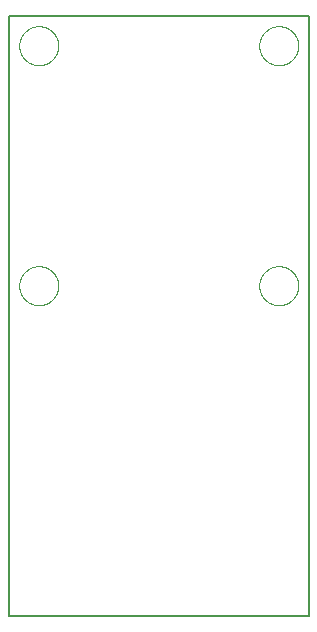
<source format=gko>
G75*
%MOIN*%
%OFA0B0*%
%FSLAX25Y25*%
%IPPOS*%
%LPD*%
%AMOC8*
5,1,8,0,0,1.08239X$1,22.5*
%
%ADD10C,0.00000*%
%ADD11C,0.00800*%
D10*
X0136833Y0238933D02*
X0136835Y0239094D01*
X0136841Y0239254D01*
X0136851Y0239415D01*
X0136865Y0239575D01*
X0136883Y0239735D01*
X0136904Y0239894D01*
X0136930Y0240053D01*
X0136960Y0240211D01*
X0136993Y0240368D01*
X0137031Y0240525D01*
X0137072Y0240680D01*
X0137117Y0240834D01*
X0137166Y0240987D01*
X0137219Y0241139D01*
X0137275Y0241290D01*
X0137336Y0241439D01*
X0137399Y0241587D01*
X0137467Y0241733D01*
X0137538Y0241877D01*
X0137612Y0242019D01*
X0137690Y0242160D01*
X0137772Y0242298D01*
X0137857Y0242435D01*
X0137945Y0242569D01*
X0138037Y0242701D01*
X0138132Y0242831D01*
X0138230Y0242959D01*
X0138331Y0243084D01*
X0138435Y0243206D01*
X0138542Y0243326D01*
X0138652Y0243443D01*
X0138765Y0243558D01*
X0138881Y0243669D01*
X0139000Y0243778D01*
X0139121Y0243883D01*
X0139245Y0243986D01*
X0139371Y0244086D01*
X0139499Y0244182D01*
X0139630Y0244275D01*
X0139764Y0244365D01*
X0139899Y0244452D01*
X0140037Y0244535D01*
X0140176Y0244615D01*
X0140318Y0244691D01*
X0140461Y0244764D01*
X0140606Y0244833D01*
X0140753Y0244899D01*
X0140901Y0244961D01*
X0141051Y0245019D01*
X0141202Y0245074D01*
X0141355Y0245125D01*
X0141509Y0245172D01*
X0141664Y0245215D01*
X0141820Y0245254D01*
X0141976Y0245290D01*
X0142134Y0245321D01*
X0142292Y0245349D01*
X0142451Y0245373D01*
X0142611Y0245393D01*
X0142771Y0245409D01*
X0142931Y0245421D01*
X0143092Y0245429D01*
X0143253Y0245433D01*
X0143413Y0245433D01*
X0143574Y0245429D01*
X0143735Y0245421D01*
X0143895Y0245409D01*
X0144055Y0245393D01*
X0144215Y0245373D01*
X0144374Y0245349D01*
X0144532Y0245321D01*
X0144690Y0245290D01*
X0144846Y0245254D01*
X0145002Y0245215D01*
X0145157Y0245172D01*
X0145311Y0245125D01*
X0145464Y0245074D01*
X0145615Y0245019D01*
X0145765Y0244961D01*
X0145913Y0244899D01*
X0146060Y0244833D01*
X0146205Y0244764D01*
X0146348Y0244691D01*
X0146490Y0244615D01*
X0146629Y0244535D01*
X0146767Y0244452D01*
X0146902Y0244365D01*
X0147036Y0244275D01*
X0147167Y0244182D01*
X0147295Y0244086D01*
X0147421Y0243986D01*
X0147545Y0243883D01*
X0147666Y0243778D01*
X0147785Y0243669D01*
X0147901Y0243558D01*
X0148014Y0243443D01*
X0148124Y0243326D01*
X0148231Y0243206D01*
X0148335Y0243084D01*
X0148436Y0242959D01*
X0148534Y0242831D01*
X0148629Y0242701D01*
X0148721Y0242569D01*
X0148809Y0242435D01*
X0148894Y0242298D01*
X0148976Y0242160D01*
X0149054Y0242019D01*
X0149128Y0241877D01*
X0149199Y0241733D01*
X0149267Y0241587D01*
X0149330Y0241439D01*
X0149391Y0241290D01*
X0149447Y0241139D01*
X0149500Y0240987D01*
X0149549Y0240834D01*
X0149594Y0240680D01*
X0149635Y0240525D01*
X0149673Y0240368D01*
X0149706Y0240211D01*
X0149736Y0240053D01*
X0149762Y0239894D01*
X0149783Y0239735D01*
X0149801Y0239575D01*
X0149815Y0239415D01*
X0149825Y0239254D01*
X0149831Y0239094D01*
X0149833Y0238933D01*
X0149831Y0238772D01*
X0149825Y0238612D01*
X0149815Y0238451D01*
X0149801Y0238291D01*
X0149783Y0238131D01*
X0149762Y0237972D01*
X0149736Y0237813D01*
X0149706Y0237655D01*
X0149673Y0237498D01*
X0149635Y0237341D01*
X0149594Y0237186D01*
X0149549Y0237032D01*
X0149500Y0236879D01*
X0149447Y0236727D01*
X0149391Y0236576D01*
X0149330Y0236427D01*
X0149267Y0236279D01*
X0149199Y0236133D01*
X0149128Y0235989D01*
X0149054Y0235847D01*
X0148976Y0235706D01*
X0148894Y0235568D01*
X0148809Y0235431D01*
X0148721Y0235297D01*
X0148629Y0235165D01*
X0148534Y0235035D01*
X0148436Y0234907D01*
X0148335Y0234782D01*
X0148231Y0234660D01*
X0148124Y0234540D01*
X0148014Y0234423D01*
X0147901Y0234308D01*
X0147785Y0234197D01*
X0147666Y0234088D01*
X0147545Y0233983D01*
X0147421Y0233880D01*
X0147295Y0233780D01*
X0147167Y0233684D01*
X0147036Y0233591D01*
X0146902Y0233501D01*
X0146767Y0233414D01*
X0146629Y0233331D01*
X0146490Y0233251D01*
X0146348Y0233175D01*
X0146205Y0233102D01*
X0146060Y0233033D01*
X0145913Y0232967D01*
X0145765Y0232905D01*
X0145615Y0232847D01*
X0145464Y0232792D01*
X0145311Y0232741D01*
X0145157Y0232694D01*
X0145002Y0232651D01*
X0144846Y0232612D01*
X0144690Y0232576D01*
X0144532Y0232545D01*
X0144374Y0232517D01*
X0144215Y0232493D01*
X0144055Y0232473D01*
X0143895Y0232457D01*
X0143735Y0232445D01*
X0143574Y0232437D01*
X0143413Y0232433D01*
X0143253Y0232433D01*
X0143092Y0232437D01*
X0142931Y0232445D01*
X0142771Y0232457D01*
X0142611Y0232473D01*
X0142451Y0232493D01*
X0142292Y0232517D01*
X0142134Y0232545D01*
X0141976Y0232576D01*
X0141820Y0232612D01*
X0141664Y0232651D01*
X0141509Y0232694D01*
X0141355Y0232741D01*
X0141202Y0232792D01*
X0141051Y0232847D01*
X0140901Y0232905D01*
X0140753Y0232967D01*
X0140606Y0233033D01*
X0140461Y0233102D01*
X0140318Y0233175D01*
X0140176Y0233251D01*
X0140037Y0233331D01*
X0139899Y0233414D01*
X0139764Y0233501D01*
X0139630Y0233591D01*
X0139499Y0233684D01*
X0139371Y0233780D01*
X0139245Y0233880D01*
X0139121Y0233983D01*
X0139000Y0234088D01*
X0138881Y0234197D01*
X0138765Y0234308D01*
X0138652Y0234423D01*
X0138542Y0234540D01*
X0138435Y0234660D01*
X0138331Y0234782D01*
X0138230Y0234907D01*
X0138132Y0235035D01*
X0138037Y0235165D01*
X0137945Y0235297D01*
X0137857Y0235431D01*
X0137772Y0235568D01*
X0137690Y0235706D01*
X0137612Y0235847D01*
X0137538Y0235989D01*
X0137467Y0236133D01*
X0137399Y0236279D01*
X0137336Y0236427D01*
X0137275Y0236576D01*
X0137219Y0236727D01*
X0137166Y0236879D01*
X0137117Y0237032D01*
X0137072Y0237186D01*
X0137031Y0237341D01*
X0136993Y0237498D01*
X0136960Y0237655D01*
X0136930Y0237813D01*
X0136904Y0237972D01*
X0136883Y0238131D01*
X0136865Y0238291D01*
X0136851Y0238451D01*
X0136841Y0238612D01*
X0136835Y0238772D01*
X0136833Y0238933D01*
X0136833Y0318933D02*
X0136835Y0319094D01*
X0136841Y0319254D01*
X0136851Y0319415D01*
X0136865Y0319575D01*
X0136883Y0319735D01*
X0136904Y0319894D01*
X0136930Y0320053D01*
X0136960Y0320211D01*
X0136993Y0320368D01*
X0137031Y0320525D01*
X0137072Y0320680D01*
X0137117Y0320834D01*
X0137166Y0320987D01*
X0137219Y0321139D01*
X0137275Y0321290D01*
X0137336Y0321439D01*
X0137399Y0321587D01*
X0137467Y0321733D01*
X0137538Y0321877D01*
X0137612Y0322019D01*
X0137690Y0322160D01*
X0137772Y0322298D01*
X0137857Y0322435D01*
X0137945Y0322569D01*
X0138037Y0322701D01*
X0138132Y0322831D01*
X0138230Y0322959D01*
X0138331Y0323084D01*
X0138435Y0323206D01*
X0138542Y0323326D01*
X0138652Y0323443D01*
X0138765Y0323558D01*
X0138881Y0323669D01*
X0139000Y0323778D01*
X0139121Y0323883D01*
X0139245Y0323986D01*
X0139371Y0324086D01*
X0139499Y0324182D01*
X0139630Y0324275D01*
X0139764Y0324365D01*
X0139899Y0324452D01*
X0140037Y0324535D01*
X0140176Y0324615D01*
X0140318Y0324691D01*
X0140461Y0324764D01*
X0140606Y0324833D01*
X0140753Y0324899D01*
X0140901Y0324961D01*
X0141051Y0325019D01*
X0141202Y0325074D01*
X0141355Y0325125D01*
X0141509Y0325172D01*
X0141664Y0325215D01*
X0141820Y0325254D01*
X0141976Y0325290D01*
X0142134Y0325321D01*
X0142292Y0325349D01*
X0142451Y0325373D01*
X0142611Y0325393D01*
X0142771Y0325409D01*
X0142931Y0325421D01*
X0143092Y0325429D01*
X0143253Y0325433D01*
X0143413Y0325433D01*
X0143574Y0325429D01*
X0143735Y0325421D01*
X0143895Y0325409D01*
X0144055Y0325393D01*
X0144215Y0325373D01*
X0144374Y0325349D01*
X0144532Y0325321D01*
X0144690Y0325290D01*
X0144846Y0325254D01*
X0145002Y0325215D01*
X0145157Y0325172D01*
X0145311Y0325125D01*
X0145464Y0325074D01*
X0145615Y0325019D01*
X0145765Y0324961D01*
X0145913Y0324899D01*
X0146060Y0324833D01*
X0146205Y0324764D01*
X0146348Y0324691D01*
X0146490Y0324615D01*
X0146629Y0324535D01*
X0146767Y0324452D01*
X0146902Y0324365D01*
X0147036Y0324275D01*
X0147167Y0324182D01*
X0147295Y0324086D01*
X0147421Y0323986D01*
X0147545Y0323883D01*
X0147666Y0323778D01*
X0147785Y0323669D01*
X0147901Y0323558D01*
X0148014Y0323443D01*
X0148124Y0323326D01*
X0148231Y0323206D01*
X0148335Y0323084D01*
X0148436Y0322959D01*
X0148534Y0322831D01*
X0148629Y0322701D01*
X0148721Y0322569D01*
X0148809Y0322435D01*
X0148894Y0322298D01*
X0148976Y0322160D01*
X0149054Y0322019D01*
X0149128Y0321877D01*
X0149199Y0321733D01*
X0149267Y0321587D01*
X0149330Y0321439D01*
X0149391Y0321290D01*
X0149447Y0321139D01*
X0149500Y0320987D01*
X0149549Y0320834D01*
X0149594Y0320680D01*
X0149635Y0320525D01*
X0149673Y0320368D01*
X0149706Y0320211D01*
X0149736Y0320053D01*
X0149762Y0319894D01*
X0149783Y0319735D01*
X0149801Y0319575D01*
X0149815Y0319415D01*
X0149825Y0319254D01*
X0149831Y0319094D01*
X0149833Y0318933D01*
X0149831Y0318772D01*
X0149825Y0318612D01*
X0149815Y0318451D01*
X0149801Y0318291D01*
X0149783Y0318131D01*
X0149762Y0317972D01*
X0149736Y0317813D01*
X0149706Y0317655D01*
X0149673Y0317498D01*
X0149635Y0317341D01*
X0149594Y0317186D01*
X0149549Y0317032D01*
X0149500Y0316879D01*
X0149447Y0316727D01*
X0149391Y0316576D01*
X0149330Y0316427D01*
X0149267Y0316279D01*
X0149199Y0316133D01*
X0149128Y0315989D01*
X0149054Y0315847D01*
X0148976Y0315706D01*
X0148894Y0315568D01*
X0148809Y0315431D01*
X0148721Y0315297D01*
X0148629Y0315165D01*
X0148534Y0315035D01*
X0148436Y0314907D01*
X0148335Y0314782D01*
X0148231Y0314660D01*
X0148124Y0314540D01*
X0148014Y0314423D01*
X0147901Y0314308D01*
X0147785Y0314197D01*
X0147666Y0314088D01*
X0147545Y0313983D01*
X0147421Y0313880D01*
X0147295Y0313780D01*
X0147167Y0313684D01*
X0147036Y0313591D01*
X0146902Y0313501D01*
X0146767Y0313414D01*
X0146629Y0313331D01*
X0146490Y0313251D01*
X0146348Y0313175D01*
X0146205Y0313102D01*
X0146060Y0313033D01*
X0145913Y0312967D01*
X0145765Y0312905D01*
X0145615Y0312847D01*
X0145464Y0312792D01*
X0145311Y0312741D01*
X0145157Y0312694D01*
X0145002Y0312651D01*
X0144846Y0312612D01*
X0144690Y0312576D01*
X0144532Y0312545D01*
X0144374Y0312517D01*
X0144215Y0312493D01*
X0144055Y0312473D01*
X0143895Y0312457D01*
X0143735Y0312445D01*
X0143574Y0312437D01*
X0143413Y0312433D01*
X0143253Y0312433D01*
X0143092Y0312437D01*
X0142931Y0312445D01*
X0142771Y0312457D01*
X0142611Y0312473D01*
X0142451Y0312493D01*
X0142292Y0312517D01*
X0142134Y0312545D01*
X0141976Y0312576D01*
X0141820Y0312612D01*
X0141664Y0312651D01*
X0141509Y0312694D01*
X0141355Y0312741D01*
X0141202Y0312792D01*
X0141051Y0312847D01*
X0140901Y0312905D01*
X0140753Y0312967D01*
X0140606Y0313033D01*
X0140461Y0313102D01*
X0140318Y0313175D01*
X0140176Y0313251D01*
X0140037Y0313331D01*
X0139899Y0313414D01*
X0139764Y0313501D01*
X0139630Y0313591D01*
X0139499Y0313684D01*
X0139371Y0313780D01*
X0139245Y0313880D01*
X0139121Y0313983D01*
X0139000Y0314088D01*
X0138881Y0314197D01*
X0138765Y0314308D01*
X0138652Y0314423D01*
X0138542Y0314540D01*
X0138435Y0314660D01*
X0138331Y0314782D01*
X0138230Y0314907D01*
X0138132Y0315035D01*
X0138037Y0315165D01*
X0137945Y0315297D01*
X0137857Y0315431D01*
X0137772Y0315568D01*
X0137690Y0315706D01*
X0137612Y0315847D01*
X0137538Y0315989D01*
X0137467Y0316133D01*
X0137399Y0316279D01*
X0137336Y0316427D01*
X0137275Y0316576D01*
X0137219Y0316727D01*
X0137166Y0316879D01*
X0137117Y0317032D01*
X0137072Y0317186D01*
X0137031Y0317341D01*
X0136993Y0317498D01*
X0136960Y0317655D01*
X0136930Y0317813D01*
X0136904Y0317972D01*
X0136883Y0318131D01*
X0136865Y0318291D01*
X0136851Y0318451D01*
X0136841Y0318612D01*
X0136835Y0318772D01*
X0136833Y0318933D01*
X0216833Y0318933D02*
X0216835Y0319094D01*
X0216841Y0319254D01*
X0216851Y0319415D01*
X0216865Y0319575D01*
X0216883Y0319735D01*
X0216904Y0319894D01*
X0216930Y0320053D01*
X0216960Y0320211D01*
X0216993Y0320368D01*
X0217031Y0320525D01*
X0217072Y0320680D01*
X0217117Y0320834D01*
X0217166Y0320987D01*
X0217219Y0321139D01*
X0217275Y0321290D01*
X0217336Y0321439D01*
X0217399Y0321587D01*
X0217467Y0321733D01*
X0217538Y0321877D01*
X0217612Y0322019D01*
X0217690Y0322160D01*
X0217772Y0322298D01*
X0217857Y0322435D01*
X0217945Y0322569D01*
X0218037Y0322701D01*
X0218132Y0322831D01*
X0218230Y0322959D01*
X0218331Y0323084D01*
X0218435Y0323206D01*
X0218542Y0323326D01*
X0218652Y0323443D01*
X0218765Y0323558D01*
X0218881Y0323669D01*
X0219000Y0323778D01*
X0219121Y0323883D01*
X0219245Y0323986D01*
X0219371Y0324086D01*
X0219499Y0324182D01*
X0219630Y0324275D01*
X0219764Y0324365D01*
X0219899Y0324452D01*
X0220037Y0324535D01*
X0220176Y0324615D01*
X0220318Y0324691D01*
X0220461Y0324764D01*
X0220606Y0324833D01*
X0220753Y0324899D01*
X0220901Y0324961D01*
X0221051Y0325019D01*
X0221202Y0325074D01*
X0221355Y0325125D01*
X0221509Y0325172D01*
X0221664Y0325215D01*
X0221820Y0325254D01*
X0221976Y0325290D01*
X0222134Y0325321D01*
X0222292Y0325349D01*
X0222451Y0325373D01*
X0222611Y0325393D01*
X0222771Y0325409D01*
X0222931Y0325421D01*
X0223092Y0325429D01*
X0223253Y0325433D01*
X0223413Y0325433D01*
X0223574Y0325429D01*
X0223735Y0325421D01*
X0223895Y0325409D01*
X0224055Y0325393D01*
X0224215Y0325373D01*
X0224374Y0325349D01*
X0224532Y0325321D01*
X0224690Y0325290D01*
X0224846Y0325254D01*
X0225002Y0325215D01*
X0225157Y0325172D01*
X0225311Y0325125D01*
X0225464Y0325074D01*
X0225615Y0325019D01*
X0225765Y0324961D01*
X0225913Y0324899D01*
X0226060Y0324833D01*
X0226205Y0324764D01*
X0226348Y0324691D01*
X0226490Y0324615D01*
X0226629Y0324535D01*
X0226767Y0324452D01*
X0226902Y0324365D01*
X0227036Y0324275D01*
X0227167Y0324182D01*
X0227295Y0324086D01*
X0227421Y0323986D01*
X0227545Y0323883D01*
X0227666Y0323778D01*
X0227785Y0323669D01*
X0227901Y0323558D01*
X0228014Y0323443D01*
X0228124Y0323326D01*
X0228231Y0323206D01*
X0228335Y0323084D01*
X0228436Y0322959D01*
X0228534Y0322831D01*
X0228629Y0322701D01*
X0228721Y0322569D01*
X0228809Y0322435D01*
X0228894Y0322298D01*
X0228976Y0322160D01*
X0229054Y0322019D01*
X0229128Y0321877D01*
X0229199Y0321733D01*
X0229267Y0321587D01*
X0229330Y0321439D01*
X0229391Y0321290D01*
X0229447Y0321139D01*
X0229500Y0320987D01*
X0229549Y0320834D01*
X0229594Y0320680D01*
X0229635Y0320525D01*
X0229673Y0320368D01*
X0229706Y0320211D01*
X0229736Y0320053D01*
X0229762Y0319894D01*
X0229783Y0319735D01*
X0229801Y0319575D01*
X0229815Y0319415D01*
X0229825Y0319254D01*
X0229831Y0319094D01*
X0229833Y0318933D01*
X0229831Y0318772D01*
X0229825Y0318612D01*
X0229815Y0318451D01*
X0229801Y0318291D01*
X0229783Y0318131D01*
X0229762Y0317972D01*
X0229736Y0317813D01*
X0229706Y0317655D01*
X0229673Y0317498D01*
X0229635Y0317341D01*
X0229594Y0317186D01*
X0229549Y0317032D01*
X0229500Y0316879D01*
X0229447Y0316727D01*
X0229391Y0316576D01*
X0229330Y0316427D01*
X0229267Y0316279D01*
X0229199Y0316133D01*
X0229128Y0315989D01*
X0229054Y0315847D01*
X0228976Y0315706D01*
X0228894Y0315568D01*
X0228809Y0315431D01*
X0228721Y0315297D01*
X0228629Y0315165D01*
X0228534Y0315035D01*
X0228436Y0314907D01*
X0228335Y0314782D01*
X0228231Y0314660D01*
X0228124Y0314540D01*
X0228014Y0314423D01*
X0227901Y0314308D01*
X0227785Y0314197D01*
X0227666Y0314088D01*
X0227545Y0313983D01*
X0227421Y0313880D01*
X0227295Y0313780D01*
X0227167Y0313684D01*
X0227036Y0313591D01*
X0226902Y0313501D01*
X0226767Y0313414D01*
X0226629Y0313331D01*
X0226490Y0313251D01*
X0226348Y0313175D01*
X0226205Y0313102D01*
X0226060Y0313033D01*
X0225913Y0312967D01*
X0225765Y0312905D01*
X0225615Y0312847D01*
X0225464Y0312792D01*
X0225311Y0312741D01*
X0225157Y0312694D01*
X0225002Y0312651D01*
X0224846Y0312612D01*
X0224690Y0312576D01*
X0224532Y0312545D01*
X0224374Y0312517D01*
X0224215Y0312493D01*
X0224055Y0312473D01*
X0223895Y0312457D01*
X0223735Y0312445D01*
X0223574Y0312437D01*
X0223413Y0312433D01*
X0223253Y0312433D01*
X0223092Y0312437D01*
X0222931Y0312445D01*
X0222771Y0312457D01*
X0222611Y0312473D01*
X0222451Y0312493D01*
X0222292Y0312517D01*
X0222134Y0312545D01*
X0221976Y0312576D01*
X0221820Y0312612D01*
X0221664Y0312651D01*
X0221509Y0312694D01*
X0221355Y0312741D01*
X0221202Y0312792D01*
X0221051Y0312847D01*
X0220901Y0312905D01*
X0220753Y0312967D01*
X0220606Y0313033D01*
X0220461Y0313102D01*
X0220318Y0313175D01*
X0220176Y0313251D01*
X0220037Y0313331D01*
X0219899Y0313414D01*
X0219764Y0313501D01*
X0219630Y0313591D01*
X0219499Y0313684D01*
X0219371Y0313780D01*
X0219245Y0313880D01*
X0219121Y0313983D01*
X0219000Y0314088D01*
X0218881Y0314197D01*
X0218765Y0314308D01*
X0218652Y0314423D01*
X0218542Y0314540D01*
X0218435Y0314660D01*
X0218331Y0314782D01*
X0218230Y0314907D01*
X0218132Y0315035D01*
X0218037Y0315165D01*
X0217945Y0315297D01*
X0217857Y0315431D01*
X0217772Y0315568D01*
X0217690Y0315706D01*
X0217612Y0315847D01*
X0217538Y0315989D01*
X0217467Y0316133D01*
X0217399Y0316279D01*
X0217336Y0316427D01*
X0217275Y0316576D01*
X0217219Y0316727D01*
X0217166Y0316879D01*
X0217117Y0317032D01*
X0217072Y0317186D01*
X0217031Y0317341D01*
X0216993Y0317498D01*
X0216960Y0317655D01*
X0216930Y0317813D01*
X0216904Y0317972D01*
X0216883Y0318131D01*
X0216865Y0318291D01*
X0216851Y0318451D01*
X0216841Y0318612D01*
X0216835Y0318772D01*
X0216833Y0318933D01*
X0233333Y0328933D02*
X0233333Y0134012D01*
X0233333Y0128933D01*
X0216833Y0238933D02*
X0216835Y0239094D01*
X0216841Y0239254D01*
X0216851Y0239415D01*
X0216865Y0239575D01*
X0216883Y0239735D01*
X0216904Y0239894D01*
X0216930Y0240053D01*
X0216960Y0240211D01*
X0216993Y0240368D01*
X0217031Y0240525D01*
X0217072Y0240680D01*
X0217117Y0240834D01*
X0217166Y0240987D01*
X0217219Y0241139D01*
X0217275Y0241290D01*
X0217336Y0241439D01*
X0217399Y0241587D01*
X0217467Y0241733D01*
X0217538Y0241877D01*
X0217612Y0242019D01*
X0217690Y0242160D01*
X0217772Y0242298D01*
X0217857Y0242435D01*
X0217945Y0242569D01*
X0218037Y0242701D01*
X0218132Y0242831D01*
X0218230Y0242959D01*
X0218331Y0243084D01*
X0218435Y0243206D01*
X0218542Y0243326D01*
X0218652Y0243443D01*
X0218765Y0243558D01*
X0218881Y0243669D01*
X0219000Y0243778D01*
X0219121Y0243883D01*
X0219245Y0243986D01*
X0219371Y0244086D01*
X0219499Y0244182D01*
X0219630Y0244275D01*
X0219764Y0244365D01*
X0219899Y0244452D01*
X0220037Y0244535D01*
X0220176Y0244615D01*
X0220318Y0244691D01*
X0220461Y0244764D01*
X0220606Y0244833D01*
X0220753Y0244899D01*
X0220901Y0244961D01*
X0221051Y0245019D01*
X0221202Y0245074D01*
X0221355Y0245125D01*
X0221509Y0245172D01*
X0221664Y0245215D01*
X0221820Y0245254D01*
X0221976Y0245290D01*
X0222134Y0245321D01*
X0222292Y0245349D01*
X0222451Y0245373D01*
X0222611Y0245393D01*
X0222771Y0245409D01*
X0222931Y0245421D01*
X0223092Y0245429D01*
X0223253Y0245433D01*
X0223413Y0245433D01*
X0223574Y0245429D01*
X0223735Y0245421D01*
X0223895Y0245409D01*
X0224055Y0245393D01*
X0224215Y0245373D01*
X0224374Y0245349D01*
X0224532Y0245321D01*
X0224690Y0245290D01*
X0224846Y0245254D01*
X0225002Y0245215D01*
X0225157Y0245172D01*
X0225311Y0245125D01*
X0225464Y0245074D01*
X0225615Y0245019D01*
X0225765Y0244961D01*
X0225913Y0244899D01*
X0226060Y0244833D01*
X0226205Y0244764D01*
X0226348Y0244691D01*
X0226490Y0244615D01*
X0226629Y0244535D01*
X0226767Y0244452D01*
X0226902Y0244365D01*
X0227036Y0244275D01*
X0227167Y0244182D01*
X0227295Y0244086D01*
X0227421Y0243986D01*
X0227545Y0243883D01*
X0227666Y0243778D01*
X0227785Y0243669D01*
X0227901Y0243558D01*
X0228014Y0243443D01*
X0228124Y0243326D01*
X0228231Y0243206D01*
X0228335Y0243084D01*
X0228436Y0242959D01*
X0228534Y0242831D01*
X0228629Y0242701D01*
X0228721Y0242569D01*
X0228809Y0242435D01*
X0228894Y0242298D01*
X0228976Y0242160D01*
X0229054Y0242019D01*
X0229128Y0241877D01*
X0229199Y0241733D01*
X0229267Y0241587D01*
X0229330Y0241439D01*
X0229391Y0241290D01*
X0229447Y0241139D01*
X0229500Y0240987D01*
X0229549Y0240834D01*
X0229594Y0240680D01*
X0229635Y0240525D01*
X0229673Y0240368D01*
X0229706Y0240211D01*
X0229736Y0240053D01*
X0229762Y0239894D01*
X0229783Y0239735D01*
X0229801Y0239575D01*
X0229815Y0239415D01*
X0229825Y0239254D01*
X0229831Y0239094D01*
X0229833Y0238933D01*
X0229831Y0238772D01*
X0229825Y0238612D01*
X0229815Y0238451D01*
X0229801Y0238291D01*
X0229783Y0238131D01*
X0229762Y0237972D01*
X0229736Y0237813D01*
X0229706Y0237655D01*
X0229673Y0237498D01*
X0229635Y0237341D01*
X0229594Y0237186D01*
X0229549Y0237032D01*
X0229500Y0236879D01*
X0229447Y0236727D01*
X0229391Y0236576D01*
X0229330Y0236427D01*
X0229267Y0236279D01*
X0229199Y0236133D01*
X0229128Y0235989D01*
X0229054Y0235847D01*
X0228976Y0235706D01*
X0228894Y0235568D01*
X0228809Y0235431D01*
X0228721Y0235297D01*
X0228629Y0235165D01*
X0228534Y0235035D01*
X0228436Y0234907D01*
X0228335Y0234782D01*
X0228231Y0234660D01*
X0228124Y0234540D01*
X0228014Y0234423D01*
X0227901Y0234308D01*
X0227785Y0234197D01*
X0227666Y0234088D01*
X0227545Y0233983D01*
X0227421Y0233880D01*
X0227295Y0233780D01*
X0227167Y0233684D01*
X0227036Y0233591D01*
X0226902Y0233501D01*
X0226767Y0233414D01*
X0226629Y0233331D01*
X0226490Y0233251D01*
X0226348Y0233175D01*
X0226205Y0233102D01*
X0226060Y0233033D01*
X0225913Y0232967D01*
X0225765Y0232905D01*
X0225615Y0232847D01*
X0225464Y0232792D01*
X0225311Y0232741D01*
X0225157Y0232694D01*
X0225002Y0232651D01*
X0224846Y0232612D01*
X0224690Y0232576D01*
X0224532Y0232545D01*
X0224374Y0232517D01*
X0224215Y0232493D01*
X0224055Y0232473D01*
X0223895Y0232457D01*
X0223735Y0232445D01*
X0223574Y0232437D01*
X0223413Y0232433D01*
X0223253Y0232433D01*
X0223092Y0232437D01*
X0222931Y0232445D01*
X0222771Y0232457D01*
X0222611Y0232473D01*
X0222451Y0232493D01*
X0222292Y0232517D01*
X0222134Y0232545D01*
X0221976Y0232576D01*
X0221820Y0232612D01*
X0221664Y0232651D01*
X0221509Y0232694D01*
X0221355Y0232741D01*
X0221202Y0232792D01*
X0221051Y0232847D01*
X0220901Y0232905D01*
X0220753Y0232967D01*
X0220606Y0233033D01*
X0220461Y0233102D01*
X0220318Y0233175D01*
X0220176Y0233251D01*
X0220037Y0233331D01*
X0219899Y0233414D01*
X0219764Y0233501D01*
X0219630Y0233591D01*
X0219499Y0233684D01*
X0219371Y0233780D01*
X0219245Y0233880D01*
X0219121Y0233983D01*
X0219000Y0234088D01*
X0218881Y0234197D01*
X0218765Y0234308D01*
X0218652Y0234423D01*
X0218542Y0234540D01*
X0218435Y0234660D01*
X0218331Y0234782D01*
X0218230Y0234907D01*
X0218132Y0235035D01*
X0218037Y0235165D01*
X0217945Y0235297D01*
X0217857Y0235431D01*
X0217772Y0235568D01*
X0217690Y0235706D01*
X0217612Y0235847D01*
X0217538Y0235989D01*
X0217467Y0236133D01*
X0217399Y0236279D01*
X0217336Y0236427D01*
X0217275Y0236576D01*
X0217219Y0236727D01*
X0217166Y0236879D01*
X0217117Y0237032D01*
X0217072Y0237186D01*
X0217031Y0237341D01*
X0216993Y0237498D01*
X0216960Y0237655D01*
X0216930Y0237813D01*
X0216904Y0237972D01*
X0216883Y0238131D01*
X0216865Y0238291D01*
X0216851Y0238451D01*
X0216841Y0238612D01*
X0216835Y0238772D01*
X0216833Y0238933D01*
D11*
X0233333Y0128933D02*
X0133333Y0128933D01*
X0133333Y0328933D01*
X0233333Y0328933D01*
X0233333Y0128933D01*
M02*

</source>
